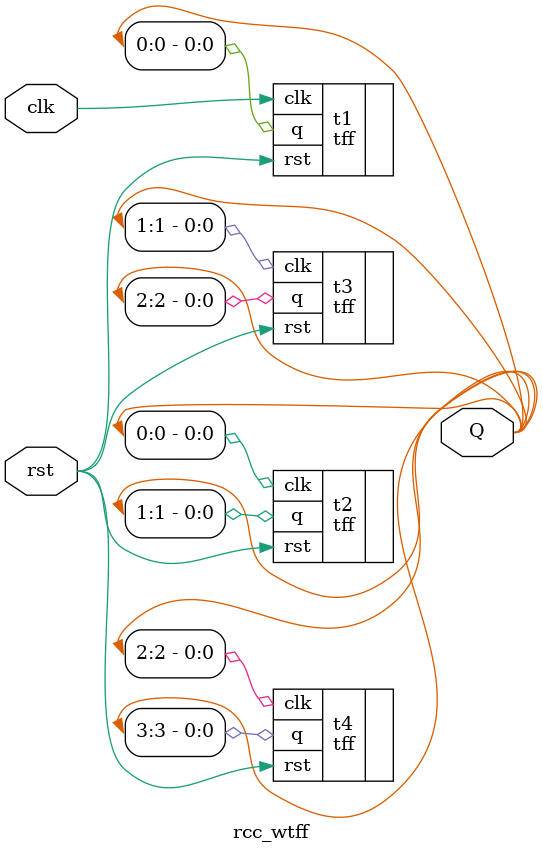
<source format=v>
module rcc_wtff (
    output wire [3:0] Q,
    input wire clk,
    input wire rst
);
    tff t1(.q(Q[0]), .clk(clk),   .rst(rst));  // LSB: clk 기준 토글
    tff t2(.q(Q[1]), .clk(Q[0]), .rst(rst));  // Q[0]이 clk 역할
    tff t3(.q(Q[2]), .clk(Q[1]), .rst(rst));  // Q[1]이 clk 역할
    tff t4(.q(Q[3]), .clk(Q[2]), .rst(rst));  // Q[2]이 clk 역할
endmodule

</source>
